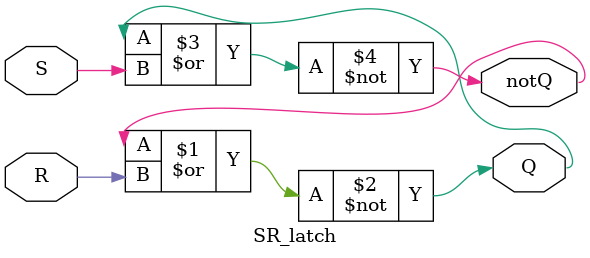
<source format=v>
module SR_latch (S, R, Q, notQ);
  input S, R;
  output Q, notQ;

  nor #1 g1(Q, notQ, R);
  nor #1 g2(notQ, Q, S);
endmodule
</source>
